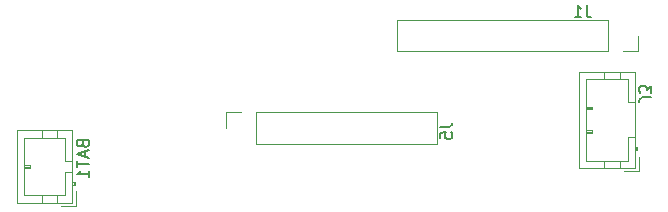
<source format=gbr>
G04 #@! TF.GenerationSoftware,KiCad,Pcbnew,(5.1.9-0-10_14)*
G04 #@! TF.CreationDate,2021-02-25T23:37:31+01:00*
G04 #@! TF.ProjectId,QUino-Dogbox,5155696e-6f2d-4446-9f67-626f782e6b69,C*
G04 #@! TF.SameCoordinates,Original*
G04 #@! TF.FileFunction,Legend,Bot*
G04 #@! TF.FilePolarity,Positive*
%FSLAX46Y46*%
G04 Gerber Fmt 4.6, Leading zero omitted, Abs format (unit mm)*
G04 Created by KiCad (PCBNEW (5.1.9-0-10_14)) date 2021-02-25 23:37:31*
%MOMM*%
%LPD*%
G01*
G04 APERTURE LIST*
%ADD10C,0.120000*%
%ADD11C,0.150000*%
G04 APERTURE END LIST*
D10*
X123536400Y-94872500D02*
X123536400Y-96202500D01*
X124866400Y-94872500D02*
X123536400Y-94872500D01*
X126136400Y-94872500D02*
X126136400Y-97532500D01*
X126136400Y-97532500D02*
X141436400Y-97532500D01*
X126136400Y-94872500D02*
X141436400Y-94872500D01*
X141436400Y-94872500D02*
X141436400Y-97532500D01*
X110847400Y-102817000D02*
X109597400Y-102817000D01*
X110847400Y-101567000D02*
X110847400Y-102817000D01*
X106437400Y-99457000D02*
X106937400Y-99457000D01*
X106937400Y-99357000D02*
X106437400Y-99357000D01*
X106937400Y-99557000D02*
X106937400Y-99357000D01*
X106437400Y-99557000D02*
X106937400Y-99557000D01*
X107937400Y-96397000D02*
X107937400Y-97007000D01*
X109237400Y-96397000D02*
X109237400Y-97007000D01*
X107937400Y-102517000D02*
X107937400Y-101907000D01*
X109237400Y-102517000D02*
X109237400Y-101907000D01*
X109937400Y-98957000D02*
X110547400Y-98957000D01*
X109937400Y-97007000D02*
X109937400Y-98957000D01*
X106437400Y-97007000D02*
X109937400Y-97007000D01*
X106437400Y-101907000D02*
X106437400Y-97007000D01*
X109937400Y-101907000D02*
X106437400Y-101907000D01*
X109937400Y-99957000D02*
X109937400Y-101907000D01*
X110547400Y-99957000D02*
X109937400Y-99957000D01*
X110647400Y-100757000D02*
X110647400Y-101057000D01*
X110747400Y-101057000D02*
X110547400Y-101057000D01*
X110747400Y-100757000D02*
X110747400Y-101057000D01*
X110547400Y-100757000D02*
X110747400Y-100757000D01*
X110547400Y-96397000D02*
X110547400Y-102517000D01*
X105827400Y-96397000D02*
X110547400Y-96397000D01*
X105827400Y-102517000D02*
X105827400Y-96397000D01*
X110547400Y-102517000D02*
X105827400Y-102517000D01*
X138027100Y-89696600D02*
X138027100Y-87036600D01*
X155867100Y-89696600D02*
X138027100Y-89696600D01*
X155867100Y-87036600D02*
X138027100Y-87036600D01*
X155867100Y-89696600D02*
X155867100Y-87036600D01*
X157137100Y-89696600D02*
X158467100Y-89696600D01*
X158467100Y-89696600D02*
X158467100Y-88366600D01*
X158485100Y-99857900D02*
X157235100Y-99857900D01*
X158485100Y-98607900D02*
X158485100Y-99857900D01*
X154075100Y-94497900D02*
X154575100Y-94497900D01*
X154575100Y-94397900D02*
X154075100Y-94397900D01*
X154575100Y-94597900D02*
X154575100Y-94397900D01*
X154075100Y-94597900D02*
X154575100Y-94597900D01*
X154075100Y-96497900D02*
X154575100Y-96497900D01*
X154575100Y-96397900D02*
X154075100Y-96397900D01*
X154575100Y-96597900D02*
X154575100Y-96397900D01*
X154075100Y-96597900D02*
X154575100Y-96597900D01*
X155575100Y-91437900D02*
X155575100Y-92047900D01*
X156875100Y-91437900D02*
X156875100Y-92047900D01*
X155575100Y-99557900D02*
X155575100Y-98947900D01*
X156875100Y-99557900D02*
X156875100Y-98947900D01*
X157575100Y-93997900D02*
X158185100Y-93997900D01*
X157575100Y-92047900D02*
X157575100Y-93997900D01*
X154075100Y-92047900D02*
X157575100Y-92047900D01*
X154075100Y-98947900D02*
X154075100Y-92047900D01*
X157575100Y-98947900D02*
X154075100Y-98947900D01*
X157575100Y-96997900D02*
X157575100Y-98947900D01*
X158185100Y-96997900D02*
X157575100Y-96997900D01*
X158285100Y-97797900D02*
X158285100Y-98097900D01*
X158385100Y-98097900D02*
X158185100Y-98097900D01*
X158385100Y-97797900D02*
X158385100Y-98097900D01*
X158185100Y-97797900D02*
X158385100Y-97797900D01*
X158185100Y-91437900D02*
X158185100Y-99557900D01*
X153465100Y-91437900D02*
X158185100Y-91437900D01*
X153465100Y-99557900D02*
X153465100Y-91437900D01*
X158185100Y-99557900D02*
X153465100Y-99557900D01*
D11*
X141705080Y-96110466D02*
X142419366Y-96110466D01*
X142562223Y-96062847D01*
X142657461Y-95967609D01*
X142705080Y-95824752D01*
X142705080Y-95729514D01*
X141705080Y-97062847D02*
X141705080Y-96586657D01*
X142181271Y-96539038D01*
X142133652Y-96586657D01*
X142086033Y-96681895D01*
X142086033Y-96919990D01*
X142133652Y-97015228D01*
X142181271Y-97062847D01*
X142276509Y-97110466D01*
X142514604Y-97110466D01*
X142609842Y-97062847D01*
X142657461Y-97015228D01*
X142705080Y-96919990D01*
X142705080Y-96681895D01*
X142657461Y-96586657D01*
X142609842Y-96539038D01*
X111409171Y-97566314D02*
X111456790Y-97709171D01*
X111504409Y-97756790D01*
X111599647Y-97804409D01*
X111742504Y-97804409D01*
X111837742Y-97756790D01*
X111885361Y-97709171D01*
X111932980Y-97613933D01*
X111932980Y-97232980D01*
X110932980Y-97232980D01*
X110932980Y-97566314D01*
X110980600Y-97661552D01*
X111028219Y-97709171D01*
X111123457Y-97756790D01*
X111218695Y-97756790D01*
X111313933Y-97709171D01*
X111361552Y-97661552D01*
X111409171Y-97566314D01*
X111409171Y-97232980D01*
X111647266Y-98185361D02*
X111647266Y-98661552D01*
X111932980Y-98090123D02*
X110932980Y-98423457D01*
X111932980Y-98756790D01*
X110932980Y-98947266D02*
X110932980Y-99518695D01*
X111932980Y-99232980D02*
X110932980Y-99232980D01*
X111932980Y-100375838D02*
X111932980Y-99804409D01*
X111932980Y-100090123D02*
X110932980Y-100090123D01*
X111075838Y-99994885D01*
X111171076Y-99899647D01*
X111218695Y-99804409D01*
X154079533Y-85812380D02*
X154079533Y-86526666D01*
X154127152Y-86669523D01*
X154222390Y-86764761D01*
X154365247Y-86812380D01*
X154460485Y-86812380D01*
X153079533Y-86812380D02*
X153650961Y-86812380D01*
X153365247Y-86812380D02*
X153365247Y-85812380D01*
X153460485Y-85955238D01*
X153555723Y-86050476D01*
X153650961Y-86098095D01*
X159551619Y-93602633D02*
X158837333Y-93602633D01*
X158694476Y-93650252D01*
X158599238Y-93745490D01*
X158551619Y-93888347D01*
X158551619Y-93983585D01*
X159551619Y-93221680D02*
X159551619Y-92602633D01*
X159170666Y-92935966D01*
X159170666Y-92793109D01*
X159123047Y-92697871D01*
X159075428Y-92650252D01*
X158980190Y-92602633D01*
X158742095Y-92602633D01*
X158646857Y-92650252D01*
X158599238Y-92697871D01*
X158551619Y-92793109D01*
X158551619Y-93078823D01*
X158599238Y-93174061D01*
X158646857Y-93221680D01*
M02*

</source>
